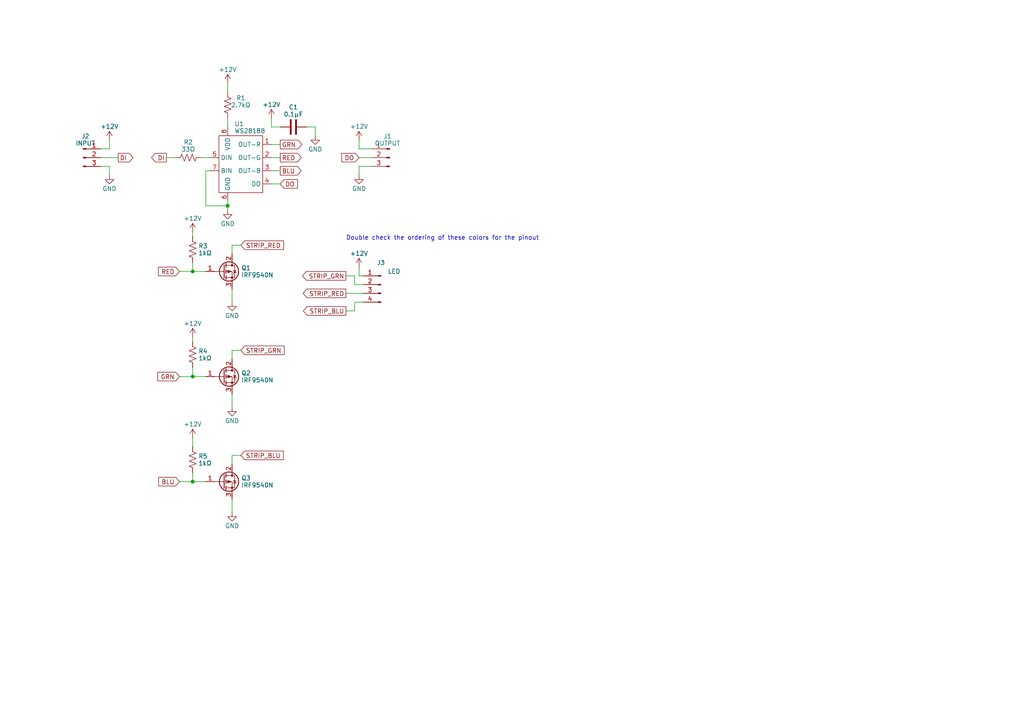
<source format=kicad_sch>
(kicad_sch (version 20230121) (generator eeschema)

  (uuid 1cf89c14-a49f-4e94-bd54-f56cabb5b4fd)

  (paper "A4")

  (lib_symbols
    (symbol "Connector:Conn_01x03_Pin" (pin_names (offset 1.016) hide) (in_bom yes) (on_board yes)
      (property "Reference" "J" (at 0 5.08 0)
        (effects (font (size 1.27 1.27)))
      )
      (property "Value" "Conn_01x03_Pin" (at 0 -5.08 0)
        (effects (font (size 1.27 1.27)))
      )
      (property "Footprint" "" (at 0 0 0)
        (effects (font (size 1.27 1.27)) hide)
      )
      (property "Datasheet" "~" (at 0 0 0)
        (effects (font (size 1.27 1.27)) hide)
      )
      (property "ki_locked" "" (at 0 0 0)
        (effects (font (size 1.27 1.27)))
      )
      (property "ki_keywords" "connector" (at 0 0 0)
        (effects (font (size 1.27 1.27)) hide)
      )
      (property "ki_description" "Generic connector, single row, 01x03, script generated" (at 0 0 0)
        (effects (font (size 1.27 1.27)) hide)
      )
      (property "ki_fp_filters" "Connector*:*_1x??_*" (at 0 0 0)
        (effects (font (size 1.27 1.27)) hide)
      )
      (symbol "Conn_01x03_Pin_1_1"
        (polyline
          (pts
            (xy 1.27 -2.54)
            (xy 0.8636 -2.54)
          )
          (stroke (width 0.1524) (type default))
          (fill (type none))
        )
        (polyline
          (pts
            (xy 1.27 0)
            (xy 0.8636 0)
          )
          (stroke (width 0.1524) (type default))
          (fill (type none))
        )
        (polyline
          (pts
            (xy 1.27 2.54)
            (xy 0.8636 2.54)
          )
          (stroke (width 0.1524) (type default))
          (fill (type none))
        )
        (rectangle (start 0.8636 -2.413) (end 0 -2.667)
          (stroke (width 0.1524) (type default))
          (fill (type outline))
        )
        (rectangle (start 0.8636 0.127) (end 0 -0.127)
          (stroke (width 0.1524) (type default))
          (fill (type outline))
        )
        (rectangle (start 0.8636 2.667) (end 0 2.413)
          (stroke (width 0.1524) (type default))
          (fill (type outline))
        )
        (pin passive line (at 5.08 2.54 180) (length 3.81)
          (name "Pin_1" (effects (font (size 1.27 1.27))))
          (number "1" (effects (font (size 1.27 1.27))))
        )
        (pin passive line (at 5.08 0 180) (length 3.81)
          (name "Pin_2" (effects (font (size 1.27 1.27))))
          (number "2" (effects (font (size 1.27 1.27))))
        )
        (pin passive line (at 5.08 -2.54 180) (length 3.81)
          (name "Pin_3" (effects (font (size 1.27 1.27))))
          (number "3" (effects (font (size 1.27 1.27))))
        )
      )
    )
    (symbol "Connector:Conn_01x04_Pin" (pin_names (offset 1.016) hide) (in_bom yes) (on_board yes)
      (property "Reference" "J" (at 0 5.08 0)
        (effects (font (size 1.27 1.27)))
      )
      (property "Value" "Conn_01x04_Pin" (at 0 -7.62 0)
        (effects (font (size 1.27 1.27)))
      )
      (property "Footprint" "" (at 0 0 0)
        (effects (font (size 1.27 1.27)) hide)
      )
      (property "Datasheet" "~" (at 0 0 0)
        (effects (font (size 1.27 1.27)) hide)
      )
      (property "ki_locked" "" (at 0 0 0)
        (effects (font (size 1.27 1.27)))
      )
      (property "ki_keywords" "connector" (at 0 0 0)
        (effects (font (size 1.27 1.27)) hide)
      )
      (property "ki_description" "Generic connector, single row, 01x04, script generated" (at 0 0 0)
        (effects (font (size 1.27 1.27)) hide)
      )
      (property "ki_fp_filters" "Connector*:*_1x??_*" (at 0 0 0)
        (effects (font (size 1.27 1.27)) hide)
      )
      (symbol "Conn_01x04_Pin_1_1"
        (polyline
          (pts
            (xy 1.27 -5.08)
            (xy 0.8636 -5.08)
          )
          (stroke (width 0.1524) (type default))
          (fill (type none))
        )
        (polyline
          (pts
            (xy 1.27 -2.54)
            (xy 0.8636 -2.54)
          )
          (stroke (width 0.1524) (type default))
          (fill (type none))
        )
        (polyline
          (pts
            (xy 1.27 0)
            (xy 0.8636 0)
          )
          (stroke (width 0.1524) (type default))
          (fill (type none))
        )
        (polyline
          (pts
            (xy 1.27 2.54)
            (xy 0.8636 2.54)
          )
          (stroke (width 0.1524) (type default))
          (fill (type none))
        )
        (rectangle (start 0.8636 -4.953) (end 0 -5.207)
          (stroke (width 0.1524) (type default))
          (fill (type outline))
        )
        (rectangle (start 0.8636 -2.413) (end 0 -2.667)
          (stroke (width 0.1524) (type default))
          (fill (type outline))
        )
        (rectangle (start 0.8636 0.127) (end 0 -0.127)
          (stroke (width 0.1524) (type default))
          (fill (type outline))
        )
        (rectangle (start 0.8636 2.667) (end 0 2.413)
          (stroke (width 0.1524) (type default))
          (fill (type outline))
        )
        (pin passive line (at 5.08 2.54 180) (length 3.81)
          (name "Pin_1" (effects (font (size 1.27 1.27))))
          (number "1" (effects (font (size 1.27 1.27))))
        )
        (pin passive line (at 5.08 0 180) (length 3.81)
          (name "Pin_2" (effects (font (size 1.27 1.27))))
          (number "2" (effects (font (size 1.27 1.27))))
        )
        (pin passive line (at 5.08 -2.54 180) (length 3.81)
          (name "Pin_3" (effects (font (size 1.27 1.27))))
          (number "3" (effects (font (size 1.27 1.27))))
        )
        (pin passive line (at 5.08 -5.08 180) (length 3.81)
          (name "Pin_4" (effects (font (size 1.27 1.27))))
          (number "4" (effects (font (size 1.27 1.27))))
        )
      )
    )
    (symbol "Device:C" (pin_numbers hide) (pin_names (offset 0.254)) (in_bom yes) (on_board yes)
      (property "Reference" "C" (at 0.635 2.54 0)
        (effects (font (size 1.27 1.27)) (justify left))
      )
      (property "Value" "C" (at 0.635 -2.54 0)
        (effects (font (size 1.27 1.27)) (justify left))
      )
      (property "Footprint" "" (at 0.9652 -3.81 0)
        (effects (font (size 1.27 1.27)) hide)
      )
      (property "Datasheet" "~" (at 0 0 0)
        (effects (font (size 1.27 1.27)) hide)
      )
      (property "ki_keywords" "cap capacitor" (at 0 0 0)
        (effects (font (size 1.27 1.27)) hide)
      )
      (property "ki_description" "Unpolarized capacitor" (at 0 0 0)
        (effects (font (size 1.27 1.27)) hide)
      )
      (property "ki_fp_filters" "C_*" (at 0 0 0)
        (effects (font (size 1.27 1.27)) hide)
      )
      (symbol "C_0_1"
        (polyline
          (pts
            (xy -2.032 -0.762)
            (xy 2.032 -0.762)
          )
          (stroke (width 0.508) (type default))
          (fill (type none))
        )
        (polyline
          (pts
            (xy -2.032 0.762)
            (xy 2.032 0.762)
          )
          (stroke (width 0.508) (type default))
          (fill (type none))
        )
      )
      (symbol "C_1_1"
        (pin passive line (at 0 3.81 270) (length 2.794)
          (name "~" (effects (font (size 1.27 1.27))))
          (number "1" (effects (font (size 1.27 1.27))))
        )
        (pin passive line (at 0 -3.81 90) (length 2.794)
          (name "~" (effects (font (size 1.27 1.27))))
          (number "2" (effects (font (size 1.27 1.27))))
        )
      )
    )
    (symbol "Device:R_US" (pin_numbers hide) (pin_names (offset 0)) (in_bom yes) (on_board yes)
      (property "Reference" "R" (at 2.54 0 90)
        (effects (font (size 1.27 1.27)))
      )
      (property "Value" "R_US" (at -2.54 0 90)
        (effects (font (size 1.27 1.27)))
      )
      (property "Footprint" "" (at 1.016 -0.254 90)
        (effects (font (size 1.27 1.27)) hide)
      )
      (property "Datasheet" "~" (at 0 0 0)
        (effects (font (size 1.27 1.27)) hide)
      )
      (property "ki_keywords" "R res resistor" (at 0 0 0)
        (effects (font (size 1.27 1.27)) hide)
      )
      (property "ki_description" "Resistor, US symbol" (at 0 0 0)
        (effects (font (size 1.27 1.27)) hide)
      )
      (property "ki_fp_filters" "R_*" (at 0 0 0)
        (effects (font (size 1.27 1.27)) hide)
      )
      (symbol "R_US_0_1"
        (polyline
          (pts
            (xy 0 -2.286)
            (xy 0 -2.54)
          )
          (stroke (width 0) (type default))
          (fill (type none))
        )
        (polyline
          (pts
            (xy 0 2.286)
            (xy 0 2.54)
          )
          (stroke (width 0) (type default))
          (fill (type none))
        )
        (polyline
          (pts
            (xy 0 -0.762)
            (xy 1.016 -1.143)
            (xy 0 -1.524)
            (xy -1.016 -1.905)
            (xy 0 -2.286)
          )
          (stroke (width 0) (type default))
          (fill (type none))
        )
        (polyline
          (pts
            (xy 0 0.762)
            (xy 1.016 0.381)
            (xy 0 0)
            (xy -1.016 -0.381)
            (xy 0 -0.762)
          )
          (stroke (width 0) (type default))
          (fill (type none))
        )
        (polyline
          (pts
            (xy 0 2.286)
            (xy 1.016 1.905)
            (xy 0 1.524)
            (xy -1.016 1.143)
            (xy 0 0.762)
          )
          (stroke (width 0) (type default))
          (fill (type none))
        )
      )
      (symbol "R_US_1_1"
        (pin passive line (at 0 3.81 270) (length 1.27)
          (name "~" (effects (font (size 1.27 1.27))))
          (number "1" (effects (font (size 1.27 1.27))))
        )
        (pin passive line (at 0 -3.81 90) (length 1.27)
          (name "~" (effects (font (size 1.27 1.27))))
          (number "2" (effects (font (size 1.27 1.27))))
        )
      )
    )
    (symbol "Transistor_FET:IRF9540N" (pin_names hide) (in_bom yes) (on_board yes)
      (property "Reference" "Q" (at 5.08 1.905 0)
        (effects (font (size 1.27 1.27)) (justify left))
      )
      (property "Value" "IRF9540N" (at 5.08 0 0)
        (effects (font (size 1.27 1.27)) (justify left))
      )
      (property "Footprint" "Package_TO_SOT_THT:TO-220-3_Vertical" (at 5.08 -1.905 0)
        (effects (font (size 1.27 1.27) italic) (justify left) hide)
      )
      (property "Datasheet" "http://www.irf.com/product-info/datasheets/data/irf9540n.pdf" (at 0 0 0)
        (effects (font (size 1.27 1.27)) (justify left) hide)
      )
      (property "ki_keywords" "P-Channel MOSFET HEXFET" (at 0 0 0)
        (effects (font (size 1.27 1.27)) hide)
      )
      (property "ki_description" "-23A Id, -100V Vds, 117mOhm Rds, P-Channel HEXFET Power MOSFET, TO-220" (at 0 0 0)
        (effects (font (size 1.27 1.27)) hide)
      )
      (property "ki_fp_filters" "TO?220*" (at 0 0 0)
        (effects (font (size 1.27 1.27)) hide)
      )
      (symbol "IRF9540N_0_1"
        (polyline
          (pts
            (xy 0.254 0)
            (xy -2.54 0)
          )
          (stroke (width 0) (type default))
          (fill (type none))
        )
        (polyline
          (pts
            (xy 0.254 1.905)
            (xy 0.254 -1.905)
          )
          (stroke (width 0.254) (type default))
          (fill (type none))
        )
        (polyline
          (pts
            (xy 0.762 -1.27)
            (xy 0.762 -2.286)
          )
          (stroke (width 0.254) (type default))
          (fill (type none))
        )
        (polyline
          (pts
            (xy 0.762 0.508)
            (xy 0.762 -0.508)
          )
          (stroke (width 0.254) (type default))
          (fill (type none))
        )
        (polyline
          (pts
            (xy 0.762 2.286)
            (xy 0.762 1.27)
          )
          (stroke (width 0.254) (type default))
          (fill (type none))
        )
        (polyline
          (pts
            (xy 2.54 2.54)
            (xy 2.54 1.778)
          )
          (stroke (width 0) (type default))
          (fill (type none))
        )
        (polyline
          (pts
            (xy 2.54 -2.54)
            (xy 2.54 0)
            (xy 0.762 0)
          )
          (stroke (width 0) (type default))
          (fill (type none))
        )
        (polyline
          (pts
            (xy 0.762 1.778)
            (xy 3.302 1.778)
            (xy 3.302 -1.778)
            (xy 0.762 -1.778)
          )
          (stroke (width 0) (type default))
          (fill (type none))
        )
        (polyline
          (pts
            (xy 2.286 0)
            (xy 1.27 0.381)
            (xy 1.27 -0.381)
            (xy 2.286 0)
          )
          (stroke (width 0) (type default))
          (fill (type outline))
        )
        (polyline
          (pts
            (xy 2.794 -0.508)
            (xy 2.921 -0.381)
            (xy 3.683 -0.381)
            (xy 3.81 -0.254)
          )
          (stroke (width 0) (type default))
          (fill (type none))
        )
        (polyline
          (pts
            (xy 3.302 -0.381)
            (xy 2.921 0.254)
            (xy 3.683 0.254)
            (xy 3.302 -0.381)
          )
          (stroke (width 0) (type default))
          (fill (type none))
        )
        (circle (center 1.651 0) (radius 2.794)
          (stroke (width 0.254) (type default))
          (fill (type none))
        )
        (circle (center 2.54 -1.778) (radius 0.254)
          (stroke (width 0) (type default))
          (fill (type outline))
        )
        (circle (center 2.54 1.778) (radius 0.254)
          (stroke (width 0) (type default))
          (fill (type outline))
        )
      )
      (symbol "IRF9540N_1_1"
        (pin input line (at -5.08 0 0) (length 2.54)
          (name "G" (effects (font (size 1.27 1.27))))
          (number "1" (effects (font (size 1.27 1.27))))
        )
        (pin passive line (at 2.54 5.08 270) (length 2.54)
          (name "D" (effects (font (size 1.27 1.27))))
          (number "2" (effects (font (size 1.27 1.27))))
        )
        (pin passive line (at 2.54 -5.08 90) (length 2.54)
          (name "S" (effects (font (size 1.27 1.27))))
          (number "3" (effects (font (size 1.27 1.27))))
        )
      )
    )
    (symbol "kvnyng:WS2818B" (in_bom yes) (on_board yes)
      (property "Reference" "U" (at 3.81 0 0)
        (effects (font (size 1.27 1.27)))
      )
      (property "Value" "WS2818B" (at 7.62 -19.05 0)
        (effects (font (size 1.27 1.27)))
      )
      (property "Footprint" "kvnyng:WS2818B" (at -33.02 1.27 0)
        (effects (font (size 1.27 1.27)) hide)
      )
      (property "Datasheet" "https://www.tme.eu/Document/ddc250a349c0084fadc3ded4c327f335/WS2818B.pdf" (at -1.27 3.81 0)
        (effects (font (size 1.27 1.27)) hide)
      )
      (property "ki_keywords" "ws2818" (at 0 0 0)
        (effects (font (size 1.27 1.27)) hide)
      )
      (property "ki_description" "WS2818B SOP-8 LED Driver" (at 0 0 0)
        (effects (font (size 1.27 1.27)) hide)
      )
      (symbol "WS2818B_0_0"
        (pin output line (at 13.97 -3.81 180) (length 2.54)
          (name "OUT-R" (effects (font (size 1.27 1.27))))
          (number "1" (effects (font (size 1.27 1.27))))
        )
        (pin output line (at 13.97 -7.62 180) (length 2.54)
          (name "OUT-G" (effects (font (size 1.27 1.27))))
          (number "2" (effects (font (size 1.27 1.27))))
        )
        (pin output line (at 13.97 -11.43 180) (length 2.54)
          (name "OUT-B" (effects (font (size 1.27 1.27))))
          (number "3" (effects (font (size 1.27 1.27))))
        )
        (pin output line (at 13.97 -15.24 180) (length 2.54)
          (name "DO" (effects (font (size 1.27 1.27))))
          (number "4" (effects (font (size 1.27 1.27))))
        )
        (pin input line (at -3.81 -7.62 0) (length 2.54)
          (name "DIN" (effects (font (size 1.27 1.27))))
          (number "5" (effects (font (size 1.27 1.27))))
        )
        (pin input line (at -3.81 -11.43 0) (length 2.54)
          (name "BIN" (effects (font (size 1.27 1.27))))
          (number "7" (effects (font (size 1.27 1.27))))
        )
      )
      (symbol "WS2818B_0_1"
        (rectangle (start -1.27 -1.27) (end 11.43 -17.78)
          (stroke (width 0) (type default))
          (fill (type none))
        )
      )
      (symbol "WS2818B_1_0"
        (pin input line (at 1.27 -20.32 90) (length 2.54)
          (name "GND" (effects (font (size 1.27 1.27))))
          (number "6" (effects (font (size 1.27 1.27))))
        )
        (pin input line (at 1.27 1.27 270) (length 2.54)
          (name "VDD" (effects (font (size 1.27 1.27))))
          (number "8" (effects (font (size 1.27 1.27))))
        )
      )
    )
    (symbol "power:+12V" (power) (pin_names (offset 0)) (in_bom yes) (on_board yes)
      (property "Reference" "#PWR" (at 0 -3.81 0)
        (effects (font (size 1.27 1.27)) hide)
      )
      (property "Value" "+12V" (at 0 3.556 0)
        (effects (font (size 1.27 1.27)))
      )
      (property "Footprint" "" (at 0 0 0)
        (effects (font (size 1.27 1.27)) hide)
      )
      (property "Datasheet" "" (at 0 0 0)
        (effects (font (size 1.27 1.27)) hide)
      )
      (property "ki_keywords" "global power" (at 0 0 0)
        (effects (font (size 1.27 1.27)) hide)
      )
      (property "ki_description" "Power symbol creates a global label with name \"+12V\"" (at 0 0 0)
        (effects (font (size 1.27 1.27)) hide)
      )
      (symbol "+12V_0_1"
        (polyline
          (pts
            (xy -0.762 1.27)
            (xy 0 2.54)
          )
          (stroke (width 0) (type default))
          (fill (type none))
        )
        (polyline
          (pts
            (xy 0 0)
            (xy 0 2.54)
          )
          (stroke (width 0) (type default))
          (fill (type none))
        )
        (polyline
          (pts
            (xy 0 2.54)
            (xy 0.762 1.27)
          )
          (stroke (width 0) (type default))
          (fill (type none))
        )
      )
      (symbol "+12V_1_1"
        (pin power_in line (at 0 0 90) (length 0) hide
          (name "+12V" (effects (font (size 1.27 1.27))))
          (number "1" (effects (font (size 1.27 1.27))))
        )
      )
    )
    (symbol "power:GND" (power) (pin_names (offset 0)) (in_bom yes) (on_board yes)
      (property "Reference" "#PWR" (at 0 -6.35 0)
        (effects (font (size 1.27 1.27)) hide)
      )
      (property "Value" "GND" (at 0 -3.81 0)
        (effects (font (size 1.27 1.27)))
      )
      (property "Footprint" "" (at 0 0 0)
        (effects (font (size 1.27 1.27)) hide)
      )
      (property "Datasheet" "" (at 0 0 0)
        (effects (font (size 1.27 1.27)) hide)
      )
      (property "ki_keywords" "global power" (at 0 0 0)
        (effects (font (size 1.27 1.27)) hide)
      )
      (property "ki_description" "Power symbol creates a global label with name \"GND\" , ground" (at 0 0 0)
        (effects (font (size 1.27 1.27)) hide)
      )
      (symbol "GND_0_1"
        (polyline
          (pts
            (xy 0 0)
            (xy 0 -1.27)
            (xy 1.27 -1.27)
            (xy 0 -2.54)
            (xy -1.27 -1.27)
            (xy 0 -1.27)
          )
          (stroke (width 0) (type default))
          (fill (type none))
        )
      )
      (symbol "GND_1_1"
        (pin power_in line (at 0 0 270) (length 0) hide
          (name "GND" (effects (font (size 1.27 1.27))))
          (number "1" (effects (font (size 1.27 1.27))))
        )
      )
    )
  )

  (junction (at 55.88 109.22) (diameter 0) (color 0 0 0 0)
    (uuid 38820073-e8e5-461d-a984-6ad67f562a2f)
  )
  (junction (at 55.88 78.74) (diameter 0) (color 0 0 0 0)
    (uuid 3ea2f725-7a73-4ffa-9013-e5ab0c2c0a77)
  )
  (junction (at 55.88 139.7) (diameter 0) (color 0 0 0 0)
    (uuid 4d122a17-e94f-4f7a-b6d3-9583b5186944)
  )
  (junction (at 66.04 59.69) (diameter 0) (color 0 0 0 0)
    (uuid cbcd3219-3aff-4e90-8300-55041d8c9945)
  )

  (wire (pts (xy 69.85 71.12) (xy 67.31 71.12))
    (stroke (width 0) (type default))
    (uuid 02c656b1-01c8-4187-b7bd-171545a5f58c)
  )
  (wire (pts (xy 78.74 53.34) (xy 81.28 53.34))
    (stroke (width 0) (type default))
    (uuid 032bde99-9c9d-44f0-9aa2-9f34e81f2335)
  )
  (wire (pts (xy 59.69 49.53) (xy 59.69 59.69))
    (stroke (width 0) (type default))
    (uuid 09f8c894-0e05-4e39-bad6-0ad8227568c9)
  )
  (wire (pts (xy 100.33 80.01) (xy 102.87 80.01))
    (stroke (width 0) (type default))
    (uuid 0b18604b-cebf-482a-88ed-040590ad3674)
  )
  (wire (pts (xy 66.04 59.69) (xy 66.04 60.96))
    (stroke (width 0) (type default))
    (uuid 0b1ae17a-c3cd-4d3d-8f10-311ea4ff4d90)
  )
  (wire (pts (xy 59.69 59.69) (xy 66.04 59.69))
    (stroke (width 0) (type default))
    (uuid 0b84f7e7-5ca7-42e0-b360-8545c98c2c6f)
  )
  (wire (pts (xy 52.07 139.7) (xy 55.88 139.7))
    (stroke (width 0) (type default))
    (uuid 1d557442-45f8-449b-9662-9b20eb75f3d8)
  )
  (wire (pts (xy 102.87 80.01) (xy 102.87 82.55))
    (stroke (width 0) (type default))
    (uuid 20eafda5-37b5-451d-9074-4f022a0d307c)
  )
  (wire (pts (xy 59.69 49.53) (xy 60.96 49.53))
    (stroke (width 0) (type default))
    (uuid 2145f081-17ab-4adc-b4ce-c00e13a41377)
  )
  (wire (pts (xy 66.04 59.69) (xy 66.04 58.42))
    (stroke (width 0) (type default))
    (uuid 24bfeeeb-69af-416b-b4fa-45130a18aaf7)
  )
  (wire (pts (xy 100.33 85.09) (xy 105.41 85.09))
    (stroke (width 0) (type default))
    (uuid 344a8a74-3dc5-4d77-b278-345ad10280a8)
  )
  (wire (pts (xy 67.31 114.3) (xy 67.31 118.11))
    (stroke (width 0) (type default))
    (uuid 35ba82a9-55c4-4d00-8dd4-ca60d81f3421)
  )
  (wire (pts (xy 69.85 101.6) (xy 67.31 101.6))
    (stroke (width 0) (type default))
    (uuid 38094ac2-4625-4f9e-a52e-755f4750bac3)
  )
  (wire (pts (xy 55.88 97.79) (xy 55.88 99.06))
    (stroke (width 0) (type default))
    (uuid 3aeb52e4-7edd-4270-b746-0d5eb69beb06)
  )
  (wire (pts (xy 67.31 101.6) (xy 67.31 104.14))
    (stroke (width 0) (type default))
    (uuid 3da7712a-f57b-4e6f-9959-61bcdf46a4ed)
  )
  (wire (pts (xy 66.04 34.29) (xy 66.04 36.83))
    (stroke (width 0) (type default))
    (uuid 469f4a8d-a83b-40be-8421-04002a238d6b)
  )
  (wire (pts (xy 58.42 45.72) (xy 60.96 45.72))
    (stroke (width 0) (type default))
    (uuid 49d6b9a5-4553-43bc-a6fc-18a736d10c3a)
  )
  (wire (pts (xy 55.88 67.31) (xy 55.88 68.58))
    (stroke (width 0) (type default))
    (uuid 50de47cb-605d-48c5-8247-2da01268e7b1)
  )
  (wire (pts (xy 104.14 45.72) (xy 107.95 45.72))
    (stroke (width 0) (type default))
    (uuid 550799fa-5889-4c4c-9524-9013f94b5bff)
  )
  (wire (pts (xy 52.07 109.22) (xy 55.88 109.22))
    (stroke (width 0) (type default))
    (uuid 58421bde-cba7-420b-80a8-9531025534ee)
  )
  (wire (pts (xy 104.14 77.47) (xy 104.14 80.01))
    (stroke (width 0) (type default))
    (uuid 5a6b58bf-b256-4783-a695-12b6d3dc7186)
  )
  (wire (pts (xy 55.88 106.68) (xy 55.88 109.22))
    (stroke (width 0) (type default))
    (uuid 5ef48135-0ecc-41a2-a5d5-9e831a910b2e)
  )
  (wire (pts (xy 55.88 109.22) (xy 59.69 109.22))
    (stroke (width 0) (type default))
    (uuid 61d9c361-03d3-493b-ab3a-179eb80165ee)
  )
  (wire (pts (xy 104.14 43.18) (xy 104.14 40.64))
    (stroke (width 0) (type default))
    (uuid 632c804c-ed1f-4d15-b7c1-4a35c07014a1)
  )
  (wire (pts (xy 104.14 80.01) (xy 105.41 80.01))
    (stroke (width 0) (type default))
    (uuid 6cee09af-30e7-4e17-8ab7-6b57b7a71d99)
  )
  (wire (pts (xy 78.74 36.83) (xy 81.28 36.83))
    (stroke (width 0) (type default))
    (uuid 6d266b20-103e-4c6f-9db1-ce2e84b30eba)
  )
  (wire (pts (xy 78.74 34.29) (xy 78.74 36.83))
    (stroke (width 0) (type default))
    (uuid 7329d0f4-2b92-4148-a79b-ee0f71a94f21)
  )
  (wire (pts (xy 48.26 45.72) (xy 50.8 45.72))
    (stroke (width 0) (type default))
    (uuid 7796bacd-6472-4b2a-b3c3-707b2622e9e2)
  )
  (wire (pts (xy 55.88 137.16) (xy 55.88 139.7))
    (stroke (width 0) (type default))
    (uuid 7825a106-4094-4d5b-a8a4-f81efc1e69f5)
  )
  (wire (pts (xy 31.75 48.26) (xy 31.75 50.8))
    (stroke (width 0) (type default))
    (uuid 78e5136e-a78d-48f6-aff0-9d574fbeadb1)
  )
  (wire (pts (xy 78.74 45.72) (xy 81.28 45.72))
    (stroke (width 0) (type default))
    (uuid 7b9e6857-d322-4917-9df3-72c1aace4795)
  )
  (wire (pts (xy 107.95 43.18) (xy 104.14 43.18))
    (stroke (width 0) (type default))
    (uuid 7de3181d-8201-4400-b7b9-87785f19a649)
  )
  (wire (pts (xy 29.21 45.72) (xy 34.29 45.72))
    (stroke (width 0) (type default))
    (uuid 8000af1a-280b-4e8c-8e6e-aefd44d9c722)
  )
  (wire (pts (xy 102.87 90.17) (xy 102.87 87.63))
    (stroke (width 0) (type default))
    (uuid 824d6672-3c76-4dc0-90ce-507219b9329c)
  )
  (wire (pts (xy 66.04 24.13) (xy 66.04 26.67))
    (stroke (width 0) (type default))
    (uuid 843eafd3-a186-458f-b5ee-15b52b7296a3)
  )
  (wire (pts (xy 100.33 90.17) (xy 102.87 90.17))
    (stroke (width 0) (type default))
    (uuid 887a1274-23b0-4b46-aa2a-6b6672be6c13)
  )
  (wire (pts (xy 67.31 144.78) (xy 67.31 148.59))
    (stroke (width 0) (type default))
    (uuid 916571a9-4fa5-428e-a44f-efc71f5d92a8)
  )
  (wire (pts (xy 78.74 49.53) (xy 81.28 49.53))
    (stroke (width 0) (type default))
    (uuid 987aceae-f0eb-4858-9e58-d6a6569c57b7)
  )
  (wire (pts (xy 104.14 48.26) (xy 104.14 50.8))
    (stroke (width 0) (type default))
    (uuid 9add890e-49c9-4051-ab38-0ca9b1485e2c)
  )
  (wire (pts (xy 91.44 36.83) (xy 91.44 39.37))
    (stroke (width 0) (type default))
    (uuid 9b4c40b0-34ed-4596-a8ae-8a55bb982228)
  )
  (wire (pts (xy 31.75 43.18) (xy 31.75 40.64))
    (stroke (width 0) (type default))
    (uuid a407e343-af93-4bf4-bad9-125aad0e993d)
  )
  (wire (pts (xy 67.31 71.12) (xy 67.31 73.66))
    (stroke (width 0) (type default))
    (uuid af557dad-8b3f-4555-95e1-4cc7da931658)
  )
  (wire (pts (xy 29.21 43.18) (xy 31.75 43.18))
    (stroke (width 0) (type default))
    (uuid bb153725-f7b2-41eb-9265-d046e5a0ff1d)
  )
  (wire (pts (xy 78.74 41.91) (xy 81.28 41.91))
    (stroke (width 0) (type default))
    (uuid c534ebb9-1acb-49e3-b621-58982230510d)
  )
  (wire (pts (xy 55.88 78.74) (xy 59.69 78.74))
    (stroke (width 0) (type default))
    (uuid c669718e-1685-46dc-b623-19d2a0c44ab1)
  )
  (wire (pts (xy 67.31 83.82) (xy 67.31 87.63))
    (stroke (width 0) (type default))
    (uuid c7ae9a60-1fd1-4c62-a918-edfcf93475fb)
  )
  (wire (pts (xy 52.07 78.74) (xy 55.88 78.74))
    (stroke (width 0) (type default))
    (uuid c9636795-2128-42f5-8f39-7b3da0f18b93)
  )
  (wire (pts (xy 88.9 36.83) (xy 91.44 36.83))
    (stroke (width 0) (type default))
    (uuid ca399d82-81c2-4012-9d40-cf6621cb03bf)
  )
  (wire (pts (xy 69.85 132.08) (xy 67.31 132.08))
    (stroke (width 0) (type default))
    (uuid ce98041a-08ce-43b5-9d91-2d0a92682289)
  )
  (wire (pts (xy 55.88 127) (xy 55.88 129.54))
    (stroke (width 0) (type default))
    (uuid d1f47c9e-59c6-4d15-bf29-a7bb2d902e36)
  )
  (wire (pts (xy 29.21 48.26) (xy 31.75 48.26))
    (stroke (width 0) (type default))
    (uuid d7d81f4d-f20a-4e7d-b00d-edafc1f6bbe1)
  )
  (wire (pts (xy 107.95 48.26) (xy 104.14 48.26))
    (stroke (width 0) (type default))
    (uuid da40f874-8202-4981-b052-12ae5c91e543)
  )
  (wire (pts (xy 55.88 139.7) (xy 59.69 139.7))
    (stroke (width 0) (type default))
    (uuid e32ecf3f-d5f2-4f6a-af02-220abb1841c9)
  )
  (wire (pts (xy 102.87 87.63) (xy 105.41 87.63))
    (stroke (width 0) (type default))
    (uuid ea282658-eb6b-486e-8ecd-f3730e2ac73f)
  )
  (wire (pts (xy 102.87 82.55) (xy 105.41 82.55))
    (stroke (width 0) (type default))
    (uuid eccb1c6b-1fec-4f1a-9b76-5ff6686113b3)
  )
  (wire (pts (xy 67.31 132.08) (xy 67.31 134.62))
    (stroke (width 0) (type default))
    (uuid f62f5497-bb6b-41b8-ac38-ed2d5d0e702d)
  )
  (wire (pts (xy 55.88 76.2) (xy 55.88 78.74))
    (stroke (width 0) (type default))
    (uuid fd995970-47ba-4aa6-afe4-0c9138454dad)
  )

  (text "Double check the ordering of these colors for the pinout"
    (at 100.33 69.85 0)
    (effects (font (size 1.27 1.27)) (justify left bottom))
    (uuid adcbeef1-944b-470c-b833-f55f95e8318b)
  )

  (global_label "RED" (shape output) (at 81.28 45.72 0) (fields_autoplaced)
    (effects (font (size 1.27 1.27)) (justify left))
    (uuid 1938463c-e15f-433c-8a51-d54341009ee5)
    (property "Intersheetrefs" "${INTERSHEET_REFS}" (at 87.8748 45.72 0)
      (effects (font (size 1.27 1.27)) (justify left) hide)
    )
  )
  (global_label "DI" (shape output) (at 34.29 45.72 0) (fields_autoplaced)
    (effects (font (size 1.27 1.27)) (justify left))
    (uuid 1cfd50bf-3e4d-4b0e-a502-feaf5714822a)
    (property "Intersheetrefs" "${INTERSHEET_REFS}" (at 39.0706 45.72 0)
      (effects (font (size 1.27 1.27)) (justify left) hide)
    )
  )
  (global_label "STRIP_GRN" (shape output) (at 100.33 80.01 180) (fields_autoplaced)
    (effects (font (size 1.27 1.27)) (justify right))
    (uuid 2e6e9ad0-7dfe-4b75-8055-6dc2155e6c6c)
    (property "Intersheetrefs" "${INTERSHEET_REFS}" (at 87.2642 80.01 0)
      (effects (font (size 1.27 1.27)) (justify right) hide)
    )
  )
  (global_label "DO" (shape input) (at 104.14 45.72 180) (fields_autoplaced)
    (effects (font (size 1.27 1.27)) (justify right))
    (uuid 46aca8b0-087d-41ea-b199-d4f645bdd8d5)
    (property "Intersheetrefs" "${INTERSHEET_REFS}" (at 98.6337 45.72 0)
      (effects (font (size 1.27 1.27)) (justify right) hide)
    )
  )
  (global_label "STRIP_GRN" (shape input) (at 69.85 101.6 0) (fields_autoplaced)
    (effects (font (size 1.27 1.27)) (justify left))
    (uuid 4e67c4c3-da50-437b-b24e-bde0fcbd58de)
    (property "Intersheetrefs" "${INTERSHEET_REFS}" (at 82.9158 101.6 0)
      (effects (font (size 1.27 1.27)) (justify left) hide)
    )
  )
  (global_label "DI" (shape output) (at 48.26 45.72 180) (fields_autoplaced)
    (effects (font (size 1.27 1.27)) (justify right))
    (uuid 5ea16501-4651-4cee-814e-1e69f64e9b9a)
    (property "Intersheetrefs" "${INTERSHEET_REFS}" (at 43.4794 45.72 0)
      (effects (font (size 1.27 1.27)) (justify right) hide)
    )
  )
  (global_label "BLU" (shape input) (at 52.07 139.7 180) (fields_autoplaced)
    (effects (font (size 1.27 1.27)) (justify right))
    (uuid 7f1e5721-f438-4cc8-bffd-b95155d42bdd)
    (property "Intersheetrefs" "${INTERSHEET_REFS}" (at 45.5356 139.7 0)
      (effects (font (size 1.27 1.27)) (justify right) hide)
    )
  )
  (global_label "GRN" (shape input) (at 52.07 109.22 180) (fields_autoplaced)
    (effects (font (size 1.27 1.27)) (justify right))
    (uuid 8c623441-11c1-45c6-931a-82c5f61f6a90)
    (property "Intersheetrefs" "${INTERSHEET_REFS}" (at 45.2937 109.22 0)
      (effects (font (size 1.27 1.27)) (justify right) hide)
    )
  )
  (global_label "DO" (shape input) (at 81.28 53.34 0) (fields_autoplaced)
    (effects (font (size 1.27 1.27)) (justify left))
    (uuid 9544c23d-51e8-4ca4-a722-3134c61f8bbd)
    (property "Intersheetrefs" "${INTERSHEET_REFS}" (at 86.7863 53.34 0)
      (effects (font (size 1.27 1.27)) (justify left) hide)
    )
  )
  (global_label "STRIP_RED" (shape output) (at 100.33 85.09 180) (fields_autoplaced)
    (effects (font (size 1.27 1.27)) (justify right))
    (uuid 9b8752ce-8157-4760-9b71-b37966944402)
    (property "Intersheetrefs" "${INTERSHEET_REFS}" (at 87.4457 85.09 0)
      (effects (font (size 1.27 1.27)) (justify right) hide)
    )
  )
  (global_label "GRN" (shape output) (at 81.28 41.91 0) (fields_autoplaced)
    (effects (font (size 1.27 1.27)) (justify left))
    (uuid 9d1869bb-3395-42a0-a53d-837f2c535e5c)
    (property "Intersheetrefs" "${INTERSHEET_REFS}" (at 88.0563 41.91 0)
      (effects (font (size 1.27 1.27)) (justify left) hide)
    )
  )
  (global_label "STRIP_RED" (shape input) (at 69.85 71.12 0) (fields_autoplaced)
    (effects (font (size 1.27 1.27)) (justify left))
    (uuid b24cbe79-8a5d-497d-8afa-c7a3b4060777)
    (property "Intersheetrefs" "${INTERSHEET_REFS}" (at 82.7343 71.12 0)
      (effects (font (size 1.27 1.27)) (justify left) hide)
    )
  )
  (global_label "BLU" (shape output) (at 81.28 49.53 0) (fields_autoplaced)
    (effects (font (size 1.27 1.27)) (justify left))
    (uuid db58e50a-3008-4e5b-b71c-0328adf5bdde)
    (property "Intersheetrefs" "${INTERSHEET_REFS}" (at 87.8144 49.53 0)
      (effects (font (size 1.27 1.27)) (justify left) hide)
    )
  )
  (global_label "RED" (shape input) (at 52.07 78.74 180) (fields_autoplaced)
    (effects (font (size 1.27 1.27)) (justify right))
    (uuid df49f090-6943-42cc-bc9d-13821620ab65)
    (property "Intersheetrefs" "${INTERSHEET_REFS}" (at 45.4752 78.74 0)
      (effects (font (size 1.27 1.27)) (justify right) hide)
    )
  )
  (global_label "STRIP_BLU" (shape input) (at 69.85 132.08 0) (fields_autoplaced)
    (effects (font (size 1.27 1.27)) (justify left))
    (uuid e0b820a3-54cf-46f3-85fb-35ca923ab890)
    (property "Intersheetrefs" "${INTERSHEET_REFS}" (at 82.6739 132.08 0)
      (effects (font (size 1.27 1.27)) (justify left) hide)
    )
  )
  (global_label "STRIP_BLU" (shape output) (at 100.33 90.17 180) (fields_autoplaced)
    (effects (font (size 1.27 1.27)) (justify right))
    (uuid f729dc64-6b8a-4b7d-ac81-5224c8ca43b0)
    (property "Intersheetrefs" "${INTERSHEET_REFS}" (at 87.5061 90.17 0)
      (effects (font (size 1.27 1.27)) (justify right) hide)
    )
  )

  (symbol (lib_id "power:GND") (at 66.04 60.96 0) (unit 1)
    (in_bom yes) (on_board yes) (dnp no) (fields_autoplaced)
    (uuid 064445d2-0d1a-4909-9922-0b1fa9acd16b)
    (property "Reference" "#PWR02" (at 66.04 67.31 0)
      (effects (font (size 1.27 1.27)) hide)
    )
    (property "Value" "GND" (at 66.04 64.905 0)
      (effects (font (size 1.27 1.27)))
    )
    (property "Footprint" "" (at 66.04 60.96 0)
      (effects (font (size 1.27 1.27)) hide)
    )
    (property "Datasheet" "" (at 66.04 60.96 0)
      (effects (font (size 1.27 1.27)) hide)
    )
    (pin "1" (uuid 28da6209-362f-495c-b2b0-116718eb61f8))
    (instances
      (project "WindowPixels"
        (path "/1cf89c14-a49f-4e94-bd54-f56cabb5b4fd"
          (reference "#PWR02") (unit 1)
        )
      )
    )
  )

  (symbol (lib_id "Device:C") (at 85.09 36.83 90) (unit 1)
    (in_bom yes) (on_board yes) (dnp no) (fields_autoplaced)
    (uuid 083f9a2c-db8f-411f-b66b-c3b81e89fc40)
    (property "Reference" "C1" (at 85.09 31.091 90)
      (effects (font (size 1.27 1.27)))
    )
    (property "Value" "0.1μF" (at 85.09 33.139 90)
      (effects (font (size 1.27 1.27)))
    )
    (property "Footprint" "Capacitor_THT:C_Disc_D4.7mm_W2.5mm_P5.00mm" (at 88.9 35.8648 0)
      (effects (font (size 1.27 1.27)) hide)
    )
    (property "Datasheet" "~" (at 85.09 36.83 0)
      (effects (font (size 1.27 1.27)) hide)
    )
    (pin "1" (uuid 43af466c-5ffc-42b2-b336-24816f44237e))
    (pin "2" (uuid c2daf0d8-c795-4ed3-98d6-6923df6f33d5))
    (instances
      (project "WindowPixels"
        (path "/1cf89c14-a49f-4e94-bd54-f56cabb5b4fd"
          (reference "C1") (unit 1)
        )
      )
    )
  )

  (symbol (lib_id "power:GND") (at 67.31 148.59 0) (unit 1)
    (in_bom yes) (on_board yes) (dnp no) (fields_autoplaced)
    (uuid 183fc854-5db8-4d6e-9a7b-58c9e327daf4)
    (property "Reference" "#PWR015" (at 67.31 154.94 0)
      (effects (font (size 1.27 1.27)) hide)
    )
    (property "Value" "GND" (at 67.31 152.535 0)
      (effects (font (size 1.27 1.27)))
    )
    (property "Footprint" "" (at 67.31 148.59 0)
      (effects (font (size 1.27 1.27)) hide)
    )
    (property "Datasheet" "" (at 67.31 148.59 0)
      (effects (font (size 1.27 1.27)) hide)
    )
    (pin "1" (uuid e4db1842-3602-479f-bc3c-2eb620368d54))
    (instances
      (project "WindowPixels"
        (path "/1cf89c14-a49f-4e94-bd54-f56cabb5b4fd"
          (reference "#PWR015") (unit 1)
        )
      )
    )
  )

  (symbol (lib_id "power:+12V") (at 66.04 24.13 0) (unit 1)
    (in_bom yes) (on_board yes) (dnp no) (fields_autoplaced)
    (uuid 1d755727-6b81-4093-85d0-38b4c6e8e0c1)
    (property "Reference" "#PWR01" (at 66.04 27.94 0)
      (effects (font (size 1.27 1.27)) hide)
    )
    (property "Value" "+12V" (at 66.04 20.185 0)
      (effects (font (size 1.27 1.27)))
    )
    (property "Footprint" "" (at 66.04 24.13 0)
      (effects (font (size 1.27 1.27)) hide)
    )
    (property "Datasheet" "" (at 66.04 24.13 0)
      (effects (font (size 1.27 1.27)) hide)
    )
    (pin "1" (uuid a01cb8c4-c9e8-48a9-9e51-940da4f92c74))
    (instances
      (project "WindowPixels"
        (path "/1cf89c14-a49f-4e94-bd54-f56cabb5b4fd"
          (reference "#PWR01") (unit 1)
        )
      )
    )
  )

  (symbol (lib_id "power:GND") (at 67.31 87.63 0) (unit 1)
    (in_bom yes) (on_board yes) (dnp no) (fields_autoplaced)
    (uuid 25e67278-f720-45dc-b444-a3c063ef8aba)
    (property "Reference" "#PWR09" (at 67.31 93.98 0)
      (effects (font (size 1.27 1.27)) hide)
    )
    (property "Value" "GND" (at 67.31 91.575 0)
      (effects (font (size 1.27 1.27)))
    )
    (property "Footprint" "" (at 67.31 87.63 0)
      (effects (font (size 1.27 1.27)) hide)
    )
    (property "Datasheet" "" (at 67.31 87.63 0)
      (effects (font (size 1.27 1.27)) hide)
    )
    (pin "1" (uuid e86ab086-bf9b-4391-a7eb-6e9fcba9e774))
    (instances
      (project "WindowPixels"
        (path "/1cf89c14-a49f-4e94-bd54-f56cabb5b4fd"
          (reference "#PWR09") (unit 1)
        )
      )
    )
  )

  (symbol (lib_id "power:GND") (at 91.44 39.37 0) (unit 1)
    (in_bom yes) (on_board yes) (dnp no) (fields_autoplaced)
    (uuid 2839bcc4-0ab3-4ff8-b471-494dde5c9414)
    (property "Reference" "#PWR08" (at 91.44 45.72 0)
      (effects (font (size 1.27 1.27)) hide)
    )
    (property "Value" "GND" (at 91.44 43.315 0)
      (effects (font (size 1.27 1.27)))
    )
    (property "Footprint" "" (at 91.44 39.37 0)
      (effects (font (size 1.27 1.27)) hide)
    )
    (property "Datasheet" "" (at 91.44 39.37 0)
      (effects (font (size 1.27 1.27)) hide)
    )
    (pin "1" (uuid 2eab8109-ca96-4220-b6c7-ed50ece2eef7))
    (instances
      (project "WindowPixels"
        (path "/1cf89c14-a49f-4e94-bd54-f56cabb5b4fd"
          (reference "#PWR08") (unit 1)
        )
      )
    )
  )

  (symbol (lib_id "Connector:Conn_01x03_Pin") (at 24.13 45.72 0) (unit 1)
    (in_bom yes) (on_board yes) (dnp no) (fields_autoplaced)
    (uuid 2a4eb676-811d-496c-9da7-3d4935d9085f)
    (property "Reference" "J2" (at 24.765 39.5238 0)
      (effects (font (size 1.27 1.27)))
    )
    (property "Value" "INPUT" (at 24.765 41.5718 0)
      (effects (font (size 1.27 1.27)))
    )
    (property "Footprint" "Connector_JST:JST_EH_B3B-EH-A_1x03_P2.50mm_Vertical" (at 24.13 45.72 0)
      (effects (font (size 1.27 1.27)) hide)
    )
    (property "Datasheet" "~" (at 24.13 45.72 0)
      (effects (font (size 1.27 1.27)) hide)
    )
    (pin "1" (uuid 704095b2-ab53-4a31-baa0-7e4188f0f9e8))
    (pin "2" (uuid 69b2a0ca-dd46-471f-8876-f58d386b1198))
    (pin "3" (uuid dd859f2d-0787-4f78-ba5c-f9211f9aa2b6))
    (instances
      (project "WindowPixels"
        (path "/1cf89c14-a49f-4e94-bd54-f56cabb5b4fd"
          (reference "J2") (unit 1)
        )
      )
    )
  )

  (symbol (lib_id "power:+12V") (at 55.88 67.31 0) (mirror y) (unit 1)
    (in_bom yes) (on_board yes) (dnp no) (fields_autoplaced)
    (uuid 305966d0-8939-42fb-be08-9a247d327f11)
    (property "Reference" "#PWR011" (at 55.88 71.12 0)
      (effects (font (size 1.27 1.27)) hide)
    )
    (property "Value" "+12V" (at 55.88 63.365 0)
      (effects (font (size 1.27 1.27)))
    )
    (property "Footprint" "" (at 55.88 67.31 0)
      (effects (font (size 1.27 1.27)) hide)
    )
    (property "Datasheet" "" (at 55.88 67.31 0)
      (effects (font (size 1.27 1.27)) hide)
    )
    (pin "1" (uuid 30375b61-9e3c-4d57-bbca-1447419611cf))
    (instances
      (project "WindowPixels"
        (path "/1cf89c14-a49f-4e94-bd54-f56cabb5b4fd"
          (reference "#PWR011") (unit 1)
        )
      )
    )
  )

  (symbol (lib_id "power:+12V") (at 31.75 40.64 0) (unit 1)
    (in_bom yes) (on_board yes) (dnp no) (fields_autoplaced)
    (uuid 425082ea-8802-4a73-892f-3610ff35c282)
    (property "Reference" "#PWR05" (at 31.75 44.45 0)
      (effects (font (size 1.27 1.27)) hide)
    )
    (property "Value" "+12V" (at 31.75 36.695 0)
      (effects (font (size 1.27 1.27)))
    )
    (property "Footprint" "" (at 31.75 40.64 0)
      (effects (font (size 1.27 1.27)) hide)
    )
    (property "Datasheet" "" (at 31.75 40.64 0)
      (effects (font (size 1.27 1.27)) hide)
    )
    (pin "1" (uuid a0a0e8cf-17a9-4a59-86d7-25742562af53))
    (instances
      (project "WindowPixels"
        (path "/1cf89c14-a49f-4e94-bd54-f56cabb5b4fd"
          (reference "#PWR05") (unit 1)
        )
      )
    )
  )

  (symbol (lib_id "power:+12V") (at 55.88 127 0) (mirror y) (unit 1)
    (in_bom yes) (on_board yes) (dnp no) (fields_autoplaced)
    (uuid 44fbebf8-c7a2-47d8-a896-f2915442b172)
    (property "Reference" "#PWR014" (at 55.88 130.81 0)
      (effects (font (size 1.27 1.27)) hide)
    )
    (property "Value" "+12V" (at 55.88 123.055 0)
      (effects (font (size 1.27 1.27)))
    )
    (property "Footprint" "" (at 55.88 127 0)
      (effects (font (size 1.27 1.27)) hide)
    )
    (property "Datasheet" "" (at 55.88 127 0)
      (effects (font (size 1.27 1.27)) hide)
    )
    (pin "1" (uuid 1ae16f6f-5cdf-4dcc-80fa-ba3c4afc4c81))
    (instances
      (project "WindowPixels"
        (path "/1cf89c14-a49f-4e94-bd54-f56cabb5b4fd"
          (reference "#PWR014") (unit 1)
        )
      )
    )
  )

  (symbol (lib_id "kvnyng:WS2818B") (at 64.77 38.1 0) (unit 1)
    (in_bom yes) (on_board yes) (dnp no) (fields_autoplaced)
    (uuid 48ebd2a5-ef7c-4e79-b589-169be947f1dd)
    (property "Reference" "U1" (at 67.9959 35.917 0)
      (effects (font (size 1.27 1.27)) (justify left))
    )
    (property "Value" "WS2818B" (at 67.9959 37.965 0)
      (effects (font (size 1.27 1.27)) (justify left))
    )
    (property "Footprint" "kvnyng:WS2818B" (at 31.75 36.83 0)
      (effects (font (size 1.27 1.27)) hide)
    )
    (property "Datasheet" "https://www.tme.eu/Document/ddc250a349c0084fadc3ded4c327f335/WS2818B.pdf" (at 63.5 34.29 0)
      (effects (font (size 1.27 1.27)) hide)
    )
    (pin "1" (uuid b4dd16f1-824b-43c4-9de1-f1f2198f5505))
    (pin "2" (uuid b70d44a9-60fd-4cbe-8fd6-542c29cc802e))
    (pin "3" (uuid d568e13a-7038-400a-9342-9ef74230ce81))
    (pin "4" (uuid e216fc6f-35b2-4b78-86a7-c6d102919cd7))
    (pin "5" (uuid eda76c42-7c70-4448-8e64-7867c8a89421))
    (pin "7" (uuid 2b8580cc-41ef-4463-961a-18e064cf9223))
    (pin "6" (uuid 490a414b-0158-43ec-a967-6343cf769616))
    (pin "8" (uuid a886a2ba-dbfa-49ca-b811-59ed23a4e0ac))
    (instances
      (project "WindowPixels"
        (path "/1cf89c14-a49f-4e94-bd54-f56cabb5b4fd"
          (reference "U1") (unit 1)
        )
      )
    )
  )

  (symbol (lib_id "Transistor_FET:IRF9540N") (at 64.77 139.7 0) (unit 1)
    (in_bom yes) (on_board yes) (dnp no) (fields_autoplaced)
    (uuid 4adfd1b4-6ffb-4e23-817f-c54a6dbd7090)
    (property "Reference" "Q3" (at 69.977 138.676 0)
      (effects (font (size 1.27 1.27)) (justify left))
    )
    (property "Value" "IRF9540N" (at 69.977 140.724 0)
      (effects (font (size 1.27 1.27)) (justify left))
    )
    (property "Footprint" "Package_TO_SOT_THT:TO-220-3_Vertical" (at 69.85 141.605 0)
      (effects (font (size 1.27 1.27) italic) (justify left) hide)
    )
    (property "Datasheet" "http://www.irf.com/product-info/datasheets/data/irf9540n.pdf" (at 64.77 139.7 0)
      (effects (font (size 1.27 1.27)) (justify left) hide)
    )
    (pin "1" (uuid e4d9a0b9-8370-4cec-bf6d-14d256877b27))
    (pin "2" (uuid d13cc2e0-d126-47c0-873f-2a8b72af1d1e))
    (pin "3" (uuid 0904c500-e293-4046-825a-a29e848d8932))
    (instances
      (project "WindowPixels"
        (path "/1cf89c14-a49f-4e94-bd54-f56cabb5b4fd"
          (reference "Q3") (unit 1)
        )
      )
    )
  )

  (symbol (lib_id "power:GND") (at 67.31 118.11 0) (unit 1)
    (in_bom yes) (on_board yes) (dnp no) (fields_autoplaced)
    (uuid 4c643551-1910-439f-8e7e-5ea5d636c9ef)
    (property "Reference" "#PWR013" (at 67.31 124.46 0)
      (effects (font (size 1.27 1.27)) hide)
    )
    (property "Value" "GND" (at 67.31 122.055 0)
      (effects (font (size 1.27 1.27)))
    )
    (property "Footprint" "" (at 67.31 118.11 0)
      (effects (font (size 1.27 1.27)) hide)
    )
    (property "Datasheet" "" (at 67.31 118.11 0)
      (effects (font (size 1.27 1.27)) hide)
    )
    (pin "1" (uuid 5cc53fc8-e041-438c-8bb4-e9cfad1c613e))
    (instances
      (project "WindowPixels"
        (path "/1cf89c14-a49f-4e94-bd54-f56cabb5b4fd"
          (reference "#PWR013") (unit 1)
        )
      )
    )
  )

  (symbol (lib_id "power:GND") (at 31.75 50.8 0) (unit 1)
    (in_bom yes) (on_board yes) (dnp no) (fields_autoplaced)
    (uuid 6043c994-edca-4897-b77f-cdd4b0af9796)
    (property "Reference" "#PWR06" (at 31.75 57.15 0)
      (effects (font (size 1.27 1.27)) hide)
    )
    (property "Value" "GND" (at 31.75 54.745 0)
      (effects (font (size 1.27 1.27)))
    )
    (property "Footprint" "" (at 31.75 50.8 0)
      (effects (font (size 1.27 1.27)) hide)
    )
    (property "Datasheet" "" (at 31.75 50.8 0)
      (effects (font (size 1.27 1.27)) hide)
    )
    (pin "1" (uuid 5fbb587d-16c9-45c7-9547-15b20c70de84))
    (instances
      (project "WindowPixels"
        (path "/1cf89c14-a49f-4e94-bd54-f56cabb5b4fd"
          (reference "#PWR06") (unit 1)
        )
      )
    )
  )

  (symbol (lib_id "power:+12V") (at 104.14 40.64 0) (unit 1)
    (in_bom yes) (on_board yes) (dnp no) (fields_autoplaced)
    (uuid 64a025ee-e090-4ba1-a5f6-214e83cdd2db)
    (property "Reference" "#PWR03" (at 104.14 44.45 0)
      (effects (font (size 1.27 1.27)) hide)
    )
    (property "Value" "+12V" (at 104.14 36.695 0)
      (effects (font (size 1.27 1.27)))
    )
    (property "Footprint" "" (at 104.14 40.64 0)
      (effects (font (size 1.27 1.27)) hide)
    )
    (property "Datasheet" "" (at 104.14 40.64 0)
      (effects (font (size 1.27 1.27)) hide)
    )
    (pin "1" (uuid a68609ad-7cef-4742-993b-2f25149ad8f2))
    (instances
      (project "WindowPixels"
        (path "/1cf89c14-a49f-4e94-bd54-f56cabb5b4fd"
          (reference "#PWR03") (unit 1)
        )
      )
    )
  )

  (symbol (lib_id "Connector:Conn_01x03_Pin") (at 113.03 45.72 0) (mirror y) (unit 1)
    (in_bom yes) (on_board yes) (dnp no)
    (uuid 6b2c8bb2-7064-4350-8e8f-691b3368b74f)
    (property "Reference" "J1" (at 112.395 39.5238 0)
      (effects (font (size 1.27 1.27)))
    )
    (property "Value" "OUTPUT" (at 112.395 41.5718 0)
      (effects (font (size 1.27 1.27)))
    )
    (property "Footprint" "Connector_JST:JST_EH_B3B-EH-A_1x03_P2.50mm_Vertical" (at 113.03 45.72 0)
      (effects (font (size 1.27 1.27)) hide)
    )
    (property "Datasheet" "~" (at 113.03 45.72 0)
      (effects (font (size 1.27 1.27)) hide)
    )
    (pin "1" (uuid 33f5f00a-29c4-416d-b275-ebd301559cd6))
    (pin "2" (uuid bd910ee4-08a2-4b5f-8b96-66b249b37168))
    (pin "3" (uuid 61fdb257-d417-4169-a3b2-9ee1c3dc6d67))
    (instances
      (project "WindowPixels"
        (path "/1cf89c14-a49f-4e94-bd54-f56cabb5b4fd"
          (reference "J1") (unit 1)
        )
      )
    )
  )

  (symbol (lib_id "Device:R_US") (at 55.88 133.35 0) (unit 1)
    (in_bom yes) (on_board yes) (dnp no) (fields_autoplaced)
    (uuid 9024b959-507c-41e9-af35-f043afeb1cac)
    (property "Reference" "R5" (at 57.531 132.326 0)
      (effects (font (size 1.27 1.27)) (justify left))
    )
    (property "Value" "1kΩ" (at 57.531 134.374 0)
      (effects (font (size 1.27 1.27)) (justify left))
    )
    (property "Footprint" "Resistor_THT:R_Axial_DIN0207_L6.3mm_D2.5mm_P15.24mm_Horizontal" (at 56.896 133.604 90)
      (effects (font (size 1.27 1.27)) hide)
    )
    (property "Datasheet" "~" (at 55.88 133.35 0)
      (effects (font (size 1.27 1.27)) hide)
    )
    (pin "1" (uuid 31ef47b9-e3ec-46fd-8456-1278269ebb65))
    (pin "2" (uuid a3720f96-490f-4533-9037-e59188cbbf7b))
    (instances
      (project "WindowPixels"
        (path "/1cf89c14-a49f-4e94-bd54-f56cabb5b4fd"
          (reference "R5") (unit 1)
        )
      )
    )
  )

  (symbol (lib_id "Device:R_US") (at 55.88 102.87 0) (unit 1)
    (in_bom yes) (on_board yes) (dnp no) (fields_autoplaced)
    (uuid 92e87066-46ae-4d1e-8eca-70d9912db738)
    (property "Reference" "R4" (at 57.531 101.846 0)
      (effects (font (size 1.27 1.27)) (justify left))
    )
    (property "Value" "1kΩ" (at 57.531 103.894 0)
      (effects (font (size 1.27 1.27)) (justify left))
    )
    (property "Footprint" "Resistor_THT:R_Axial_DIN0207_L6.3mm_D2.5mm_P15.24mm_Horizontal" (at 56.896 103.124 90)
      (effects (font (size 1.27 1.27)) hide)
    )
    (property "Datasheet" "~" (at 55.88 102.87 0)
      (effects (font (size 1.27 1.27)) hide)
    )
    (pin "1" (uuid bd41c6d6-5455-46fa-ab61-efd9a2ffe6c2))
    (pin "2" (uuid 3b04eff4-5916-4f97-8c43-76967415dfc6))
    (instances
      (project "WindowPixels"
        (path "/1cf89c14-a49f-4e94-bd54-f56cabb5b4fd"
          (reference "R4") (unit 1)
        )
      )
    )
  )

  (symbol (lib_id "power:GND") (at 104.14 50.8 0) (unit 1)
    (in_bom yes) (on_board yes) (dnp no) (fields_autoplaced)
    (uuid 9cb6530f-327f-4aff-8792-a13756f22d4d)
    (property "Reference" "#PWR04" (at 104.14 57.15 0)
      (effects (font (size 1.27 1.27)) hide)
    )
    (property "Value" "GND" (at 104.14 54.745 0)
      (effects (font (size 1.27 1.27)))
    )
    (property "Footprint" "" (at 104.14 50.8 0)
      (effects (font (size 1.27 1.27)) hide)
    )
    (property "Datasheet" "" (at 104.14 50.8 0)
      (effects (font (size 1.27 1.27)) hide)
    )
    (pin "1" (uuid 763821d0-bc4c-4273-ab10-241b2c52303e))
    (instances
      (project "WindowPixels"
        (path "/1cf89c14-a49f-4e94-bd54-f56cabb5b4fd"
          (reference "#PWR04") (unit 1)
        )
      )
    )
  )

  (symbol (lib_id "Transistor_FET:IRF9540N") (at 64.77 109.22 0) (unit 1)
    (in_bom yes) (on_board yes) (dnp no) (fields_autoplaced)
    (uuid a2b60a25-9c66-4e56-8354-993420c5518c)
    (property "Reference" "Q2" (at 69.977 108.196 0)
      (effects (font (size 1.27 1.27)) (justify left))
    )
    (property "Value" "IRF9540N" (at 69.977 110.244 0)
      (effects (font (size 1.27 1.27)) (justify left))
    )
    (property "Footprint" "Package_TO_SOT_THT:TO-220-3_Vertical" (at 69.85 111.125 0)
      (effects (font (size 1.27 1.27) italic) (justify left) hide)
    )
    (property "Datasheet" "http://www.irf.com/product-info/datasheets/data/irf9540n.pdf" (at 64.77 109.22 0)
      (effects (font (size 1.27 1.27)) (justify left) hide)
    )
    (pin "1" (uuid 526e7381-1d53-43a8-8d7b-ff655eb8d35c))
    (pin "2" (uuid 0ba3ce8d-96b7-44d8-ab52-782270ee88a4))
    (pin "3" (uuid e120bd61-fc6e-4cb0-8841-2808988aed59))
    (instances
      (project "WindowPixels"
        (path "/1cf89c14-a49f-4e94-bd54-f56cabb5b4fd"
          (reference "Q2") (unit 1)
        )
      )
    )
  )

  (symbol (lib_id "power:+12V") (at 104.14 77.47 0) (mirror y) (unit 1)
    (in_bom yes) (on_board yes) (dnp no) (fields_autoplaced)
    (uuid a529c2ec-9315-4a82-9488-ec0a7fac460b)
    (property "Reference" "#PWR010" (at 104.14 81.28 0)
      (effects (font (size 1.27 1.27)) hide)
    )
    (property "Value" "+12V" (at 104.14 73.525 0)
      (effects (font (size 1.27 1.27)))
    )
    (property "Footprint" "" (at 104.14 77.47 0)
      (effects (font (size 1.27 1.27)) hide)
    )
    (property "Datasheet" "" (at 104.14 77.47 0)
      (effects (font (size 1.27 1.27)) hide)
    )
    (pin "1" (uuid 904552df-75c7-49d1-9f43-cf0e7f2e75f9))
    (instances
      (project "WindowPixels"
        (path "/1cf89c14-a49f-4e94-bd54-f56cabb5b4fd"
          (reference "#PWR010") (unit 1)
        )
      )
    )
  )

  (symbol (lib_id "Connector:Conn_01x04_Pin") (at 110.49 82.55 0) (mirror y) (unit 1)
    (in_bom yes) (on_board yes) (dnp no)
    (uuid b396c913-039c-4c16-a95e-d34e1855f6f7)
    (property "Reference" "J3" (at 110.49 76.2 0)
      (effects (font (size 1.27 1.27)))
    )
    (property "Value" "LED" (at 114.3 78.74 0)
      (effects (font (size 1.27 1.27)))
    )
    (property "Footprint" "Connector_JST:JST_EH_S4B-EH_1x04_P2.50mm_Horizontal" (at 110.49 82.55 0)
      (effects (font (size 1.27 1.27)) hide)
    )
    (property "Datasheet" "~" (at 110.49 82.55 0)
      (effects (font (size 1.27 1.27)) hide)
    )
    (pin "1" (uuid f540be54-69d5-4222-b9fb-666cada48059))
    (pin "2" (uuid a9efa71d-86e6-47f5-9646-d3bc021444a7))
    (pin "3" (uuid 59d5aeb1-4825-4f01-a0f2-554e7ea52b80))
    (pin "4" (uuid ca32d9b2-de7f-40bc-9f63-c3f21e13b660))
    (instances
      (project "WindowPixels"
        (path "/1cf89c14-a49f-4e94-bd54-f56cabb5b4fd"
          (reference "J3") (unit 1)
        )
      )
    )
  )

  (symbol (lib_id "power:+12V") (at 55.88 97.79 0) (mirror y) (unit 1)
    (in_bom yes) (on_board yes) (dnp no) (fields_autoplaced)
    (uuid b5227a5f-b7a3-4fc8-ab10-c897905b5080)
    (property "Reference" "#PWR012" (at 55.88 101.6 0)
      (effects (font (size 1.27 1.27)) hide)
    )
    (property "Value" "+12V" (at 55.88 93.845 0)
      (effects (font (size 1.27 1.27)))
    )
    (property "Footprint" "" (at 55.88 97.79 0)
      (effects (font (size 1.27 1.27)) hide)
    )
    (property "Datasheet" "" (at 55.88 97.79 0)
      (effects (font (size 1.27 1.27)) hide)
    )
    (pin "1" (uuid 2778912c-c30b-467a-aece-9c3d8fb6fd8f))
    (instances
      (project "WindowPixels"
        (path "/1cf89c14-a49f-4e94-bd54-f56cabb5b4fd"
          (reference "#PWR012") (unit 1)
        )
      )
    )
  )

  (symbol (lib_id "Device:R_US") (at 66.04 30.48 180) (unit 1)
    (in_bom yes) (on_board yes) (dnp no)
    (uuid c09ab0a2-3671-4c95-90e4-c5e709905e91)
    (property "Reference" "R1" (at 69.85 28.432 0)
      (effects (font (size 1.27 1.27)))
    )
    (property "Value" "2.7kΩ" (at 69.85 30.48 0)
      (effects (font (size 1.27 1.27)))
    )
    (property "Footprint" "Resistor_THT:R_Axial_DIN0207_L6.3mm_D2.5mm_P15.24mm_Horizontal" (at 65.024 30.226 90)
      (effects (font (size 1.27 1.27)) hide)
    )
    (property "Datasheet" "~" (at 66.04 30.48 0)
      (effects (font (size 1.27 1.27)) hide)
    )
    (property "Note" "Required by chip for correct power on" (at 66.04 30.48 90)
      (effects (font (size 1.27 1.27)) hide)
    )
    (pin "1" (uuid a8f8c45e-004f-4992-bc0a-705c72023946))
    (pin "2" (uuid 2d1f5335-59c2-4308-80a1-b5e07852ee37))
    (instances
      (project "WindowPixels"
        (path "/1cf89c14-a49f-4e94-bd54-f56cabb5b4fd"
          (reference "R1") (unit 1)
        )
      )
    )
  )

  (symbol (lib_id "power:+12V") (at 78.74 34.29 0) (unit 1)
    (in_bom yes) (on_board yes) (dnp no) (fields_autoplaced)
    (uuid d3184050-b7ea-407d-bf94-655a878be47c)
    (property "Reference" "#PWR07" (at 78.74 38.1 0)
      (effects (font (size 1.27 1.27)) hide)
    )
    (property "Value" "+12V" (at 78.74 30.345 0)
      (effects (font (size 1.27 1.27)))
    )
    (property "Footprint" "" (at 78.74 34.29 0)
      (effects (font (size 1.27 1.27)) hide)
    )
    (property "Datasheet" "" (at 78.74 34.29 0)
      (effects (font (size 1.27 1.27)) hide)
    )
    (pin "1" (uuid eef2a65c-031d-47e6-babd-6a7ba958dffc))
    (instances
      (project "WindowPixels"
        (path "/1cf89c14-a49f-4e94-bd54-f56cabb5b4fd"
          (reference "#PWR07") (unit 1)
        )
      )
    )
  )

  (symbol (lib_id "Device:R_US") (at 55.88 72.39 0) (unit 1)
    (in_bom yes) (on_board yes) (dnp no) (fields_autoplaced)
    (uuid dbf41da6-1234-4e9b-ac70-52d6a066d6cf)
    (property "Reference" "R3" (at 57.531 71.366 0)
      (effects (font (size 1.27 1.27)) (justify left))
    )
    (property "Value" "1kΩ" (at 57.531 73.414 0)
      (effects (font (size 1.27 1.27)) (justify left))
    )
    (property "Footprint" "Resistor_THT:R_Axial_DIN0207_L6.3mm_D2.5mm_P15.24mm_Horizontal" (at 56.896 72.644 90)
      (effects (font (size 1.27 1.27)) hide)
    )
    (property "Datasheet" "~" (at 55.88 72.39 0)
      (effects (font (size 1.27 1.27)) hide)
    )
    (pin "1" (uuid d061081e-cd4a-4229-9c0c-dfdf29d592f3))
    (pin "2" (uuid e2f91f6d-9158-480a-a59d-fed8ad58e570))
    (instances
      (project "WindowPixels"
        (path "/1cf89c14-a49f-4e94-bd54-f56cabb5b4fd"
          (reference "R3") (unit 1)
        )
      )
    )
  )

  (symbol (lib_id "Transistor_FET:IRF9540N") (at 64.77 78.74 0) (unit 1)
    (in_bom yes) (on_board yes) (dnp no) (fields_autoplaced)
    (uuid dc79d303-61e4-407b-995f-e279539b7b98)
    (property "Reference" "Q1" (at 69.977 77.716 0)
      (effects (font (size 1.27 1.27)) (justify left))
    )
    (property "Value" "IRF9540N" (at 69.977 79.764 0)
      (effects (font (size 1.27 1.27)) (justify left))
    )
    (property "Footprint" "Package_TO_SOT_THT:TO-220-3_Vertical" (at 69.85 80.645 0)
      (effects (font (size 1.27 1.27) italic) (justify left) hide)
    )
    (property "Datasheet" "http://www.irf.com/product-info/datasheets/data/irf9540n.pdf" (at 64.77 78.74 0)
      (effects (font (size 1.27 1.27)) (justify left) hide)
    )
    (pin "1" (uuid 11d7aae9-ca36-453e-af21-863ebfedc577))
    (pin "2" (uuid a51cae8e-e2d6-458c-882f-2cabd5a175c1))
    (pin "3" (uuid e555eea6-b15c-4b13-a4b1-732b9b98b7ea))
    (instances
      (project "WindowPixels"
        (path "/1cf89c14-a49f-4e94-bd54-f56cabb5b4fd"
          (reference "Q1") (unit 1)
        )
      )
    )
  )

  (symbol (lib_id "Device:R_US") (at 54.61 45.72 270) (unit 1)
    (in_bom yes) (on_board yes) (dnp no) (fields_autoplaced)
    (uuid f4b64f61-0d0f-47c5-9e4b-a41eea78ca23)
    (property "Reference" "R2" (at 54.61 41.251 90)
      (effects (font (size 1.27 1.27)))
    )
    (property "Value" "33Ω" (at 54.61 43.299 90)
      (effects (font (size 1.27 1.27)))
    )
    (property "Footprint" "Resistor_THT:R_Axial_DIN0207_L6.3mm_D2.5mm_P15.24mm_Horizontal" (at 54.356 46.736 90)
      (effects (font (size 1.27 1.27)) hide)
    )
    (property "Datasheet" "~" (at 54.61 45.72 0)
      (effects (font (size 1.27 1.27)) hide)
    )
    (pin "1" (uuid 6dfd77b0-e05f-45de-8947-057b42483d51))
    (pin "2" (uuid d6196d62-ed35-4b2f-a854-98dd47d2d037))
    (instances
      (project "WindowPixels"
        (path "/1cf89c14-a49f-4e94-bd54-f56cabb5b4fd"
          (reference "R2") (unit 1)
        )
      )
    )
  )

  (sheet_instances
    (path "/" (page "1"))
  )
)

</source>
